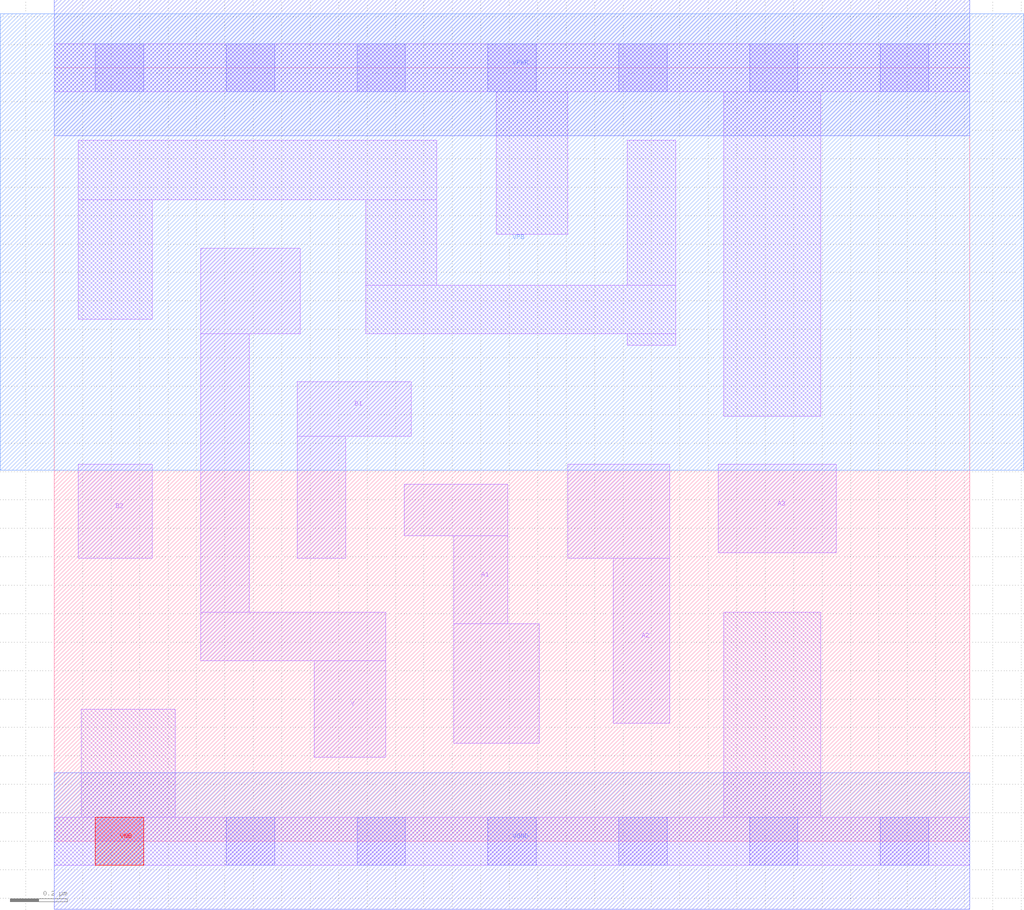
<source format=lef>
# Copyright 2020 The SkyWater PDK Authors
#
# Licensed under the Apache License, Version 2.0 (the "License");
# you may not use this file except in compliance with the License.
# You may obtain a copy of the License at
#
#     https://www.apache.org/licenses/LICENSE-2.0
#
# Unless required by applicable law or agreed to in writing, software
# distributed under the License is distributed on an "AS IS" BASIS,
# WITHOUT WARRANTIES OR CONDITIONS OF ANY KIND, either express or implied.
# See the License for the specific language governing permissions and
# limitations under the License.
#
# SPDX-License-Identifier: Apache-2.0

VERSION 5.7 ;
  NOWIREEXTENSIONATPIN ON ;
  DIVIDERCHAR "/" ;
  BUSBITCHARS "[]" ;
MACRO sky130_fd_sc_hd__a32oi_1
  CLASS CORE ;
  FOREIGN sky130_fd_sc_hd__a32oi_1 ;
  ORIGIN  0.000000  0.000000 ;
  SIZE  3.220000 BY  2.720000 ;
  SYMMETRY X Y R90 ;
  SITE unithd ;
  PIN A1
    ANTENNAGATEAREA  0.247500 ;
    DIRECTION INPUT ;
    USE SIGNAL ;
    PORT
      LAYER li1 ;
        RECT 1.230000 1.075000 1.595000 1.255000 ;
        RECT 1.405000 0.345000 1.705000 0.765000 ;
        RECT 1.405000 0.765000 1.595000 1.075000 ;
    END
  END A1
  PIN A2
    ANTENNAGATEAREA  0.247500 ;
    DIRECTION INPUT ;
    USE SIGNAL ;
    PORT
      LAYER li1 ;
        RECT 1.805000 0.995000 2.165000 1.325000 ;
        RECT 1.965000 0.415000 2.165000 0.995000 ;
    END
  END A2
  PIN A3
    ANTENNAGATEAREA  0.247500 ;
    DIRECTION INPUT ;
    USE SIGNAL ;
    PORT
      LAYER li1 ;
        RECT 2.335000 1.015000 2.750000 1.325000 ;
    END
  END A3
  PIN B1
    ANTENNAGATEAREA  0.247500 ;
    DIRECTION INPUT ;
    USE SIGNAL ;
    PORT
      LAYER li1 ;
        RECT 0.855000 0.995000 1.025000 1.425000 ;
        RECT 0.855000 1.425000 1.255000 1.615000 ;
    END
  END B1
  PIN B2
    ANTENNAGATEAREA  0.247500 ;
    DIRECTION INPUT ;
    USE SIGNAL ;
    PORT
      LAYER li1 ;
        RECT 0.085000 0.995000 0.345000 1.325000 ;
    END
  END B2
  PIN Y
    ANTENNADIFFAREA  0.575500 ;
    DIRECTION OUTPUT ;
    USE SIGNAL ;
    PORT
      LAYER li1 ;
        RECT 0.515000 0.635000 1.165000 0.805000 ;
        RECT 0.515000 0.805000 0.685000 1.785000 ;
        RECT 0.515000 1.785000 0.865000 2.085000 ;
        RECT 0.915000 0.295000 1.165000 0.635000 ;
    END
  END Y
  PIN VGND
    DIRECTION INOUT ;
    SHAPE ABUTMENT ;
    USE GROUND ;
    PORT
      LAYER met1 ;
        RECT 0.000000 -0.240000 3.220000 0.240000 ;
    END
  END VGND
  PIN VNB
    DIRECTION INOUT ;
    USE GROUND ;
    PORT
      LAYER pwell ;
        RECT 0.145000 -0.085000 0.315000 0.085000 ;
    END
  END VNB
  PIN VPB
    DIRECTION INOUT ;
    USE POWER ;
    PORT
      LAYER nwell ;
        RECT -0.190000 1.305000 3.410000 2.910000 ;
    END
  END VPB
  PIN VPWR
    DIRECTION INOUT ;
    SHAPE ABUTMENT ;
    USE POWER ;
    PORT
      LAYER met1 ;
        RECT 0.000000 2.480000 3.220000 2.960000 ;
    END
  END VPWR
  OBS
    LAYER li1 ;
      RECT 0.000000 -0.085000 3.220000 0.085000 ;
      RECT 0.000000  2.635000 3.220000 2.805000 ;
      RECT 0.085000  1.835000 0.345000 2.255000 ;
      RECT 0.085000  2.255000 1.345000 2.465000 ;
      RECT 0.095000  0.085000 0.425000 0.465000 ;
      RECT 1.095000  1.785000 2.185000 1.955000 ;
      RECT 1.095000  1.955000 1.345000 2.255000 ;
      RECT 1.555000  2.135000 1.805000 2.635000 ;
      RECT 2.015000  1.745000 2.185000 1.785000 ;
      RECT 2.015000  1.955000 2.185000 2.465000 ;
      RECT 2.355000  0.085000 2.695000 0.805000 ;
      RECT 2.355000  1.495000 2.695000 2.635000 ;
    LAYER mcon ;
      RECT 0.145000 -0.085000 0.315000 0.085000 ;
      RECT 0.145000  2.635000 0.315000 2.805000 ;
      RECT 0.605000 -0.085000 0.775000 0.085000 ;
      RECT 0.605000  2.635000 0.775000 2.805000 ;
      RECT 1.065000 -0.085000 1.235000 0.085000 ;
      RECT 1.065000  2.635000 1.235000 2.805000 ;
      RECT 1.525000 -0.085000 1.695000 0.085000 ;
      RECT 1.525000  2.635000 1.695000 2.805000 ;
      RECT 1.985000 -0.085000 2.155000 0.085000 ;
      RECT 1.985000  2.635000 2.155000 2.805000 ;
      RECT 2.445000 -0.085000 2.615000 0.085000 ;
      RECT 2.445000  2.635000 2.615000 2.805000 ;
      RECT 2.905000 -0.085000 3.075000 0.085000 ;
      RECT 2.905000  2.635000 3.075000 2.805000 ;
  END
END sky130_fd_sc_hd__a32oi_1
END LIBRARY

</source>
